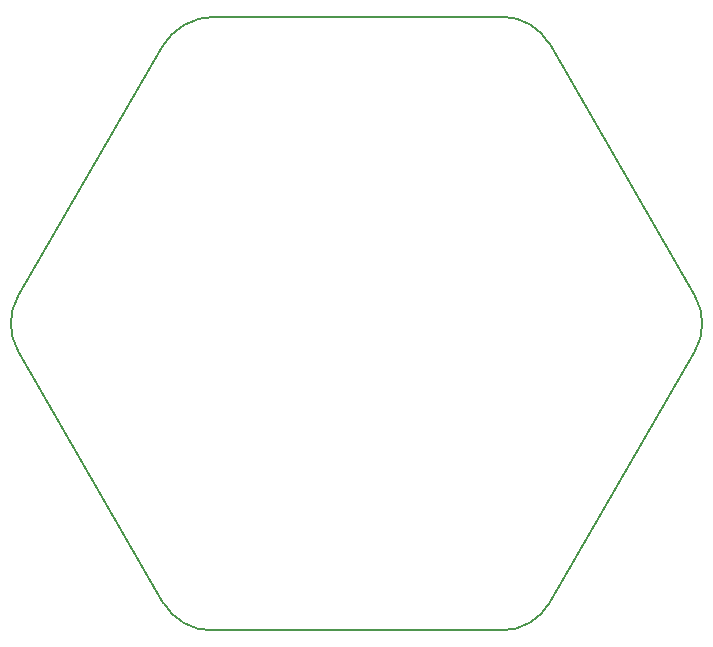
<source format=gbr>
%TF.GenerationSoftware,KiCad,Pcbnew,9.0.4-9.0.4-0~ubuntu22.04.1*%
%TF.CreationDate,2025-09-16T22:55:20+03:00*%
%TF.ProjectId,hexaGenMini-v1,68657861-4765-46e4-9d69-6e692d76312e,rev?*%
%TF.SameCoordinates,Original*%
%TF.FileFunction,Profile,NP*%
%FSLAX46Y46*%
G04 Gerber Fmt 4.6, Leading zero omitted, Abs format (unit mm)*
G04 Created by KiCad (PCBNEW 9.0.4-9.0.4-0~ubuntu22.04.1) date 2025-09-16 22:55:20*
%MOMM*%
%LPD*%
G01*
G04 APERTURE LIST*
%TA.AperFunction,Profile*%
%ADD10C,0.200000*%
%TD*%
G04 APERTURE END LIST*
D10*
X176347387Y-107606374D02*
G75*
G02*
X172249540Y-109980798I-4097787J2348774D01*
G01*
X131326538Y-86338267D02*
X143619402Y-107630116D01*
X188611541Y-81635751D02*
G75*
G02*
X188611540Y-86364251I-4095041J-2364249D01*
G01*
X147706540Y-109980800D02*
G75*
G02*
X143619372Y-107630134I-40J4728500D01*
G01*
X143476541Y-60617326D02*
G75*
G02*
X147976540Y-58019248I4500059J-2598174D01*
G01*
X188611541Y-81635751D02*
X176326554Y-60357524D01*
X143476529Y-60617319D02*
X131326539Y-81661733D01*
X131326538Y-86338267D02*
G75*
G02*
X131326538Y-81661733I4049962J2338267D01*
G01*
X176347387Y-107606374D02*
X188611540Y-86364251D01*
X172276540Y-58019260D02*
G75*
G02*
X176326513Y-60357548I-40J-4676540D01*
G01*
X172276540Y-58019200D02*
X147976540Y-58019200D01*
X147706540Y-109980800D02*
X172249540Y-109980800D01*
M02*

</source>
